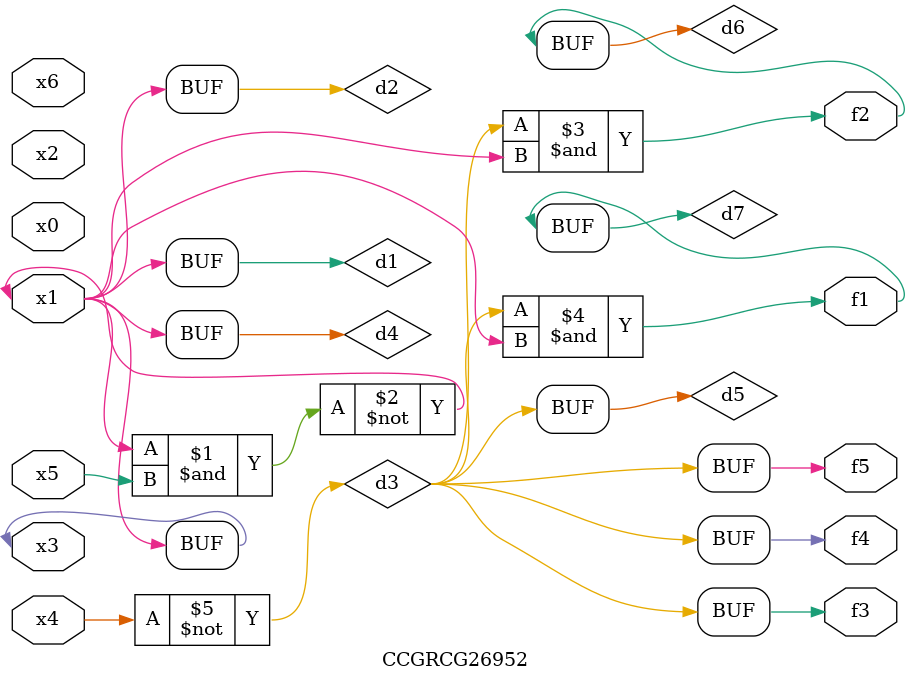
<source format=v>
module CCGRCG26952(
	input x0, x1, x2, x3, x4, x5, x6,
	output f1, f2, f3, f4, f5
);

	wire d1, d2, d3, d4, d5, d6, d7;

	buf (d1, x1, x3);
	nand (d2, x1, x5);
	not (d3, x4);
	buf (d4, d1, d2);
	buf (d5, d3);
	and (d6, d3, d4);
	and (d7, d3, d4);
	assign f1 = d7;
	assign f2 = d6;
	assign f3 = d5;
	assign f4 = d5;
	assign f5 = d5;
endmodule

</source>
